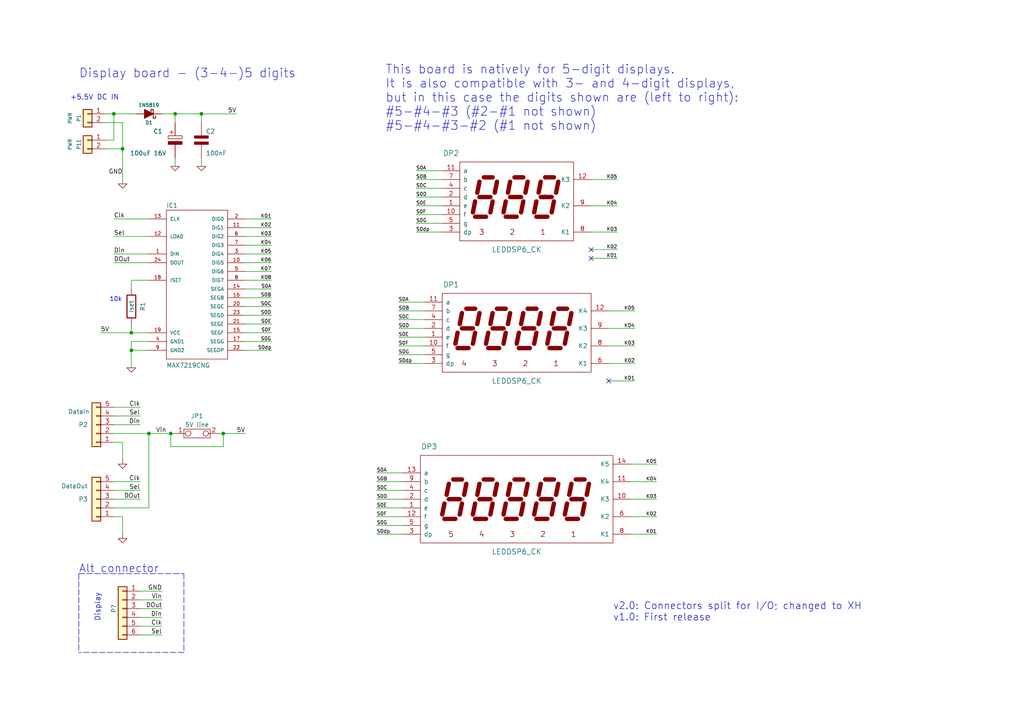
<source format=kicad_sch>
(kicad_sch (version 20211123) (generator eeschema)
  (paper "A4")
  (title_block (date "6 mar 2017") (rev "v1.0"))
  (lib_symbols
    (symbol "Connector_Generic:Conn_01x02" (pin_names (offset 1.016) hide)
      (property "Reference" "J" (at 0 2.54 0))
      (property "Value" "Conn_01x02" (at 0 -5.08 0))
      (symbol "Conn_01x02_1_1"
        (rectangle (start -1.27 -2.413) (end 0 -2.667) (stroke (width 0.1524)))
        (rectangle (start -1.27 0.127) (end 0 -0.127) (stroke (width 0.1524)))
        (rectangle (start -1.27 1.27) (end 1.27 -3.81) (stroke (width 0.254)) (fill (type background)))
        (pin passive line (at -5.08 0 0) (length 3.81) (name "Pin_1") (number "1"))
        (pin passive line (at -5.08 -2.54 0) (length 3.81) (name "Pin_2") (number "2"))
      )
    )
    (symbol "Connector_Generic:Conn_01x05" (pin_names hide)
      (property "Reference" "J" (at 0 7.62 0))
      (property "Value" "Conn_01x05" (at 0 -7.62 0))
      (symbol "Conn_01x05_1_1"
        (rectangle (start -1.27 -4.953) (end 0 -5.207))
        (rectangle (start -1.27 -2.413) (end 0 -2.667))
        (rectangle (start -1.27 0.127) (end 0 -0.127))
        (rectangle (start -1.27 2.667) (end 0 2.413))
        (rectangle (start -1.27 5.207) (end 0 4.953))
        (rectangle (start -1.27 6.35) (end 1.27 -6.35) (stroke (width 0.254)) (fill (type background)))
        (pin passive line (at -5.08 5.08 0) (length 3.81) (name "Pin_1") (number "1"))
        (pin passive line (at -5.08 2.54 0) (length 3.81) (name "Pin_2") (number "2"))
        (pin passive line (at -5.08 0 0) (length 3.81) (name "Pin_3") (number "3"))
        (pin passive line (at -5.08 -2.54 0) (length 3.81) (name "Pin_4") (number "4"))
        (pin passive line (at -5.08 -5.08 0) (length 3.81) (name "Pin_5") (number "5"))
      )
    )
    (symbol "Connector_Generic:Conn_01x06" (pin_names (offset 1.016) hide)
      (property "Reference" "J" (at 0 7.62 0))
      (property "Value" "Conn_01x06" (at 0 -10.16 0))
      (symbol "Conn_01x06_1_1"
        (rectangle (start -1.27 -7.493) (end 0 -7.747) (stroke (width 0.1524)))
        (rectangle (start -1.27 -4.953) (end 0 -5.207) (stroke (width 0.1524)))
        (rectangle (start -1.27 -2.413) (end 0 -2.667) (stroke (width 0.1524)))
        (rectangle (start -1.27 0.127) (end 0 -0.127) (stroke (width 0.1524)))
        (rectangle (start -1.27 2.667) (end 0 2.413) (stroke (width 0.1524)))
        (rectangle (start -1.27 5.207) (end 0 4.953) (stroke (width 0.1524)))
        (rectangle (start -1.27 6.35) (end 1.27 -8.89) (stroke (width 0.254)) (fill (type background)))
        (pin passive line (at -5.08 5.08 0) (length 3.81) (name "Pin_1") (number "1"))
        (pin passive line (at -5.08 2.54 0) (length 3.81) (name "Pin_2") (number "2"))
        (pin passive line (at -5.08 0 0) (length 3.81) (name "Pin_3") (number "3"))
        (pin passive line (at -5.08 -2.54 0) (length 3.81) (name "Pin_4") (number "4"))
        (pin passive line (at -5.08 -5.08 0) (length 3.81) (name "Pin_5") (number "5"))
        (pin passive line (at -5.08 -7.62 0) (length 3.81) (name "Pin_6") (number "6"))
      )
    )
    (symbol "Device:D_Schottky_Filled" (pin_numbers hide) (pin_names (offset 1.016) hide)
      (property "Reference" "D" (at 0 2.54 0))
      (property "Value" "D_Schottky_Filled" (at 0 -2.54 0))
      (symbol "D_Schottky_Filled_0_1"
        (polyline (pts (xy 1.27 0) (xy -1.27 0)))
        (polyline (pts (xy 1.27 1.27) (xy 1.27 -1.27) (xy -1.27 0) (xy 1.27 1.27)) (stroke (width 0.254)) (fill (type outline)))
        (polyline (pts (xy -1.905 0.635) (xy -1.905 1.27) (xy -1.27 1.27) (xy -1.27 -1.27) (xy -0.635 -1.27) (xy -0.635 -0.635)) (stroke (width 0.254)))
      )
      (symbol "D_Schottky_Filled_1_1"
        (pin passive line (at -3.81 0 0) (length 2.54) (name "K") (number "1"))
        (pin passive line (at 3.81 0 180) (length 2.54) (name "A") (number "2"))
      )
    )
    (symbol "FSP-Display6-rescue:GND" (power) (pin_names (offset 0))
      (symbol "GND_0_1"
        (polyline (pts (xy -1.27 0) (xy 0 -1.27) (xy 1.27 0) (xy -1.27 0)))
      )
      (symbol "GND_1_1"
        (pin power_in line (at 0 0 90) (length 0) hide (name "GND") (number "1"))
      )
    )
    (symbol "FSP-Display6-rescue:MAX7219CNG" (pin_names (offset 1.016))
      (property "Reference" "IC" (at -10.16 20.955 0))
      (property "Value" "MAX7219CNG" (at -10.16 -25.4 0))
      (symbol "MAX7219CNG_1_0"
        (polyline (pts (xy -10.16 -22.86) (xy 7.62 -22.86)))
        (polyline (pts (xy -10.16 20.32) (xy -10.16 -22.86)))
        (polyline (pts (xy 7.62 -22.86) (xy 7.62 20.32)))
        (polyline (pts (xy 7.62 20.32) (xy -10.16 20.32)))
      )
      (symbol "MAX7219CNG_1_1"
        (pin input line (at -15.24 7.62 0) (length 5.08) (name "DIN") (number "1"))
        (pin output line (at 12.7 5.08 180) (length 5.08) (name "DIG5") (number "10"))
        (pin output line (at 12.7 15.24 180) (length 5.08) (name "DIG1") (number "11"))
        (pin input line (at -15.24 12.7 0) (length 5.08) (name "LOAD") (number "12"))
        (pin input line (at -15.24 17.78 0) (length 5.08) (name "CLK") (number "13"))
        (pin output line (at 12.7 -2.54 180) (length 5.08) (name "SEGA") (number "14"))
        (pin output line (at 12.7 -15.24 180) (length 5.08) (name "SEGF") (number "15"))
        (pin output line (at 12.7 -5.08 180) (length 5.08) (name "SEGB") (number "16"))
        (pin output line (at 12.7 -17.78 180) (length 5.08) (name "SEGG") (number "17"))
        (pin input line (at -15.24 0 0) (length 5.08) (name "ISET") (number "18"))
        (pin power_in line (at -15.24 -15.24 0) (length 5.08) (name "VCC") (number "19"))
        (pin output line (at 12.7 17.78 180) (length 5.08) (name "DIG0") (number "2"))
        (pin output line (at 12.7 -7.62 180) (length 5.08) (name "SEGC") (number "20"))
        (pin output line (at 12.7 -12.7 180) (length 5.08) (name "SEGE") (number "21"))
        (pin output line (at 12.7 -20.32 180) (length 5.08) (name "SEGDP") (number "22"))
        (pin output line (at 12.7 -10.16 180) (length 5.08) (name "SEGD") (number "23"))
        (pin output line (at -15.24 5.08 0) (length 5.08) (name "DOUT") (number "24"))
        (pin output line (at 12.7 7.62 180) (length 5.08) (name "DIG4") (number "3"))
        (pin power_in line (at -15.24 -17.78 0) (length 5.08) (name "GND1") (number "4"))
        (pin output line (at 12.7 2.54 180) (length 5.08) (name "DIG6") (number "5"))
        (pin output line (at 12.7 12.7 180) (length 5.08) (name "DIG2") (number "6"))
        (pin output line (at 12.7 10.16 180) (length 5.08) (name "DIG3") (number "7"))
        (pin output line (at 12.7 0 180) (length 5.08) (name "DIG7") (number "8"))
        (pin power_in line (at -15.24 -20.32 0) (length 5.08) (name "GND2") (number "9"))
      )
    )
    (symbol "FSP-Display6-rescue:R" (pin_numbers hide) (pin_names (offset 0))
      (property "Reference" "R" (at 3.302 0 90))
      (property "Value" "R" (at 0 0 90))
      (symbol "R_0_1"
        (rectangle (start -1.27 3.302) (end 1.27 -3.302) (stroke (width 0.3048)))
      )
      (symbol "R_1_1"
        (pin passive line (at 0 5.08 270) (length 1.778) (name "~") (number "1"))
        (pin passive line (at 0 -5.08 90) (length 1.778) (name "~") (number "2"))
      )
    )
    (symbol "GCC_Switches:JUMPER2"
      (property "Reference" "JP" (at 7.62 3.81 0))
      (property "Value" "JUMPER2" (at 7.62 -3.81 0))
      (symbol "JUMPER2_0_1"
        (rectangle (start 2.54 1.27) (end 10.16 -1.27))
        (circle (center 3.81 0) (radius 0.762))
        (circle (center 8.89 0) (radius 0.762))
      )
      (symbol "JUMPER2_1_1"
        (pin passive line (at 0 0 0) (length 3.048) (name "~") (number "1"))
        (pin passive line (at 12.7 0 180) (length 3.048) (name "~") (number "2"))
      )
    )
    (symbol "GCC_device:C" (pin_numbers hide) (pin_names (offset 0.254))
      (property "Reference" "C" (at 1.27 2.54 0))
      (property "Value" "C" (at 1.27 -2.54 0))
      (symbol "C_0_1"
        (rectangle (start -2.032 -0.508) (end 2.032 -1.27) (fill (type outline)))
        (rectangle (start -2.032 1.27) (end 2.032 0.508) (fill (type outline)))
      )
      (symbol "C_1_1"
        (pin passive line (at 0 5.08 270) (length 3.81) (name "~") (number "1"))
        (pin passive line (at 0 -5.08 90) (length 3.81) (name "~") (number "2"))
      )
    )
    (symbol "GCC_device:CAPAPOL" (pin_numbers hide) (pin_names (offset 0.254) hide)
      (property "Reference" "C" (at 1.27 2.54 0))
      (property "Value" "CAPAPOL" (at 1.27 -2.54 0))
      (symbol "CAPAPOL_0_1"
        (rectangle (start -2.032 -0.381) (end 2.032 -1.27) (fill (type outline)))
        (rectangle (start -2.032 1.27) (end 2.032 0.381))
        (polyline (pts (xy -1.524 2.286) (xy -0.508 2.286) (xy -0.508 2.286)))
        (polyline (pts (xy -1.016 2.794) (xy -1.016 1.778) (xy -1.016 2.032)))
      )
      (symbol "CAPAPOL_1_1"
        (pin passive line (at 0 5.08 270) (length 3.81) (name "~") (number "1"))
        (pin passive line (at 0 -5.08 90) (length 3.81) (name "~") (number "2"))
      )
    )
    (symbol "GCC_display:LEDDSP3_CK" (pin_names (offset 1.016))
      (property "Reference" "S" (at -15.24 11.43 0))
      (property "Value" "LEDDSP3_CK" (at 0 -15.24 0))
      (symbol "LEDDSP3_CK_0_0"
        (text "1" (at 7.62 -10.16 0) (effects (font (size 1.524 1.524))))
        (text "2" (at -1.27 -10.16 0) (effects (font (size 1.524 1.524))))
        (text "3" (at -10.16 -10.16 0) (effects (font (size 1.524 1.524))))
      )
      (symbol "LEDDSP3_CK_0_1"
        (rectangle (start -16.51 10.16) (end 16.51 -12.7))
        (polyline (pts (xy -12.065 -5.715) (xy -8.89 -5.715)) (stroke (width 1.27)))
        (polyline (pts (xy -12.065 -1.27) (xy -12.7 -4.445)) (stroke (width 1.27)))
        (polyline (pts (xy -11.43 1.27) (xy -10.795 4.445)) (stroke (width 1.27)))
        (polyline (pts (xy -10.795 0) (xy -7.62 0)) (stroke (width 1.27)))
        (polyline (pts (xy -9.525 5.715) (xy -6.985 5.715)) (stroke (width 1.27)))
        (polyline (pts (xy -6.985 -1.27) (xy -7.62 -4.445)) (stroke (width 1.27)))
        (polyline (pts (xy -6.35 -5.715) (xy -6.35 -5.715)) (stroke (width 1.27)))
        (polyline (pts (xy -6.35 1.27) (xy -5.715 4.445)) (stroke (width 1.27)))
        (polyline (pts (xy -3.175 -5.715) (xy 0 -5.715)) (stroke (width 1.27)))
        (polyline (pts (xy -3.175 -1.27) (xy -3.81 -4.445)) (stroke (width 1.27)))
        (polyline (pts (xy -2.54 1.27) (xy -1.905 4.445)) (stroke (width 1.27)))
        (polyline (pts (xy -1.905 0) (xy 1.27 0)) (stroke (width 1.27)))
        (polyline (pts (xy -0.635 5.715) (xy 1.905 5.715)) (stroke (width 1.27)))
        (polyline (pts (xy 1.905 -1.27) (xy 1.27 -4.445)) (stroke (width 1.27)))
        (polyline (pts (xy 2.54 -5.715) (xy 2.54 -5.715)) (stroke (width 1.27)))
        (polyline (pts (xy 2.54 1.27) (xy 3.175 4.445)) (stroke (width 1.27)))
        (polyline (pts (xy 5.715 -5.715) (xy 8.89 -5.715)) (stroke (width 1.27)))
        (polyline (pts (xy 5.715 -1.27) (xy 5.08 -4.445)) (stroke (width 1.27)))
        (polyline (pts (xy 6.35 1.27) (xy 6.985 4.445)) (stroke (width 1.27)))
        (polyline (pts (xy 6.985 0) (xy 10.16 0)) (stroke (width 1.27)))
        (polyline (pts (xy 8.255 5.715) (xy 10.795 5.715)) (stroke (width 1.27)))
        (polyline (pts (xy 10.795 -1.27) (xy 10.16 -4.445)) (stroke (width 1.27)))
        (polyline (pts (xy 11.43 -5.715) (xy 11.43 -5.715)) (stroke (width 1.27)))
        (polyline (pts (xy 11.43 1.27) (xy 12.065 4.445)) (stroke (width 1.27)))
      )
      (symbol "LEDDSP3_CK_1_1"
        (pin passive line (at -21.59 -2.54 0) (length 5.08) (name "e") (number "1"))
        (pin passive line (at -21.59 -5.08 0) (length 5.08) (name "f") (number "10"))
        (pin passive line (at -21.59 7.62 0) (length 5.08) (name "a") (number "11"))
        (pin passive line (at 21.59 5.08 180) (length 5.08) (name "K3") (number "12"))
        (pin passive line (at -21.59 0 0) (length 5.08) (name "d") (number "2"))
        (pin passive line (at -21.59 -10.16 0) (length 5.08) (name "dp") (number "3"))
        (pin passive line (at -21.59 2.54 0) (length 5.08) (name "c") (number "4"))
        (pin passive line (at -21.59 -7.62 0) (length 5.08) (name "g") (number "5"))
        (pin passive line (at -21.59 5.08 0) (length 5.08) (name "b") (number "7"))
        (pin passive line (at 21.59 -10.16 180) (length 5.08) (name "K1") (number "8"))
        (pin passive line (at 21.59 -2.54 180) (length 5.08) (name "K2") (number "9"))
      )
    )
    (symbol "GCC_display:LEDDSP4_CK_6+6" (pin_names (offset 1.016))
      (property "Reference" "S" (at -20.32 11.43 0))
      (property "Value" "LEDDSP4_CK_6+6" (at 0 -15.24 0))
      (symbol "LEDDSP4_CK_6+6_0_0"
        (text "1" (at 11.43 -10.16 0) (effects (font (size 1.524 1.524))))
        (text "2" (at 2.54 -10.16 0) (effects (font (size 1.524 1.524))))
        (text "3" (at -6.35 -10.16 0) (effects (font (size 1.524 1.524))))
        (text "4" (at -15.24 -10.16 0) (effects (font (size 1.524 1.524))))
      )
      (symbol "LEDDSP4_CK_6+6_0_1"
        (rectangle (start -21.59 10.16) (end 21.59 -12.7))
        (polyline (pts (xy -17.145 -5.715) (xy -13.97 -5.715)) (stroke (width 1.27)))
        (polyline (pts (xy -17.145 -1.27) (xy -17.78 -4.445)) (stroke (width 1.27)))
        (polyline (pts (xy -16.51 1.27) (xy -15.875 4.445)) (stroke (width 1.27)))
        (polyline (pts (xy -15.875 0) (xy -12.7 0)) (stroke (width 1.27)))
        (polyline (pts (xy -14.605 5.715) (xy -12.065 5.715)) (stroke (width 1.27)))
        (polyline (pts (xy -12.065 -1.27) (xy -12.7 -4.445)) (stroke (width 1.27)))
        (polyline (pts (xy -11.43 -5.715) (xy -11.43 -5.715)) (stroke (width 1.27)))
        (polyline (pts (xy -11.43 1.27) (xy -10.795 4.445)) (stroke (width 1.27)))
        (polyline (pts (xy -8.255 -5.715) (xy -5.08 -5.715)) (stroke (width 1.27)))
        (polyline (pts (xy -8.255 -1.27) (xy -8.89 -4.445)) (stroke (width 1.27)))
        (polyline (pts (xy -7.62 1.27) (xy -6.985 4.445)) (stroke (width 1.27)))
        (polyline (pts (xy -6.985 0) (xy -3.81 0)) (stroke (width 1.27)))
        (polyline (pts (xy -5.715 5.715) (xy -3.175 5.715)) (stroke (width 1.27)))
        (polyline (pts (xy -3.175 -1.27) (xy -3.81 -4.445)) (stroke (width 1.27)))
        (polyline (pts (xy -2.54 -5.715) (xy -2.54 -5.715)) (stroke (width 1.27)))
        (polyline (pts (xy -2.54 1.27) (xy -1.905 4.445)) (stroke (width 1.27)))
        (polyline (pts (xy 0.635 -5.715) (xy 3.81 -5.715)) (stroke (width 1.27)))
        (polyline (pts (xy 0.635 -1.27) (xy 0 -4.445)) (stroke (width 1.27)))
        (polyline (pts (xy 1.27 1.27) (xy 1.905 4.445)) (stroke (width 1.27)))
        (polyline (pts (xy 1.905 0) (xy 5.08 0)) (stroke (width 1.27)))
        (polyline (pts (xy 3.175 5.715) (xy 5.715 5.715)) (stroke (width 1.27)))
        (polyline (pts (xy 5.715 -1.27) (xy 5.08 -4.445)) (stroke (width 1.27)))
        (polyline (pts (xy 6.35 -5.715) (xy 6.35 -5.715)) (stroke (width 1.27)))
        (polyline (pts (xy 6.35 1.27) (xy 6.985 4.445)) (stroke (width 1.27)))
        (polyline (pts (xy 9.525 -5.715) (xy 12.7 -5.715)) (stroke (width 1.27)))
        (polyline (pts (xy 9.525 -1.27) (xy 8.89 -4.445)) (stroke (width 1.27)))
        (polyline (pts (xy 10.16 1.27) (xy 10.795 4.445)) (stroke (width 1.27)))
        (polyline (pts (xy 10.795 0) (xy 13.97 0)) (stroke (width 1.27)))
        (polyline (pts (xy 12.065 5.715) (xy 14.605 5.715)) (stroke (width 1.27)))
        (polyline (pts (xy 14.605 -1.27) (xy 13.97 -4.445)) (stroke (width 1.27)))
        (polyline (pts (xy 15.24 -5.715) (xy 15.24 -5.715)) (stroke (width 1.27)))
        (polyline (pts (xy 15.24 1.27) (xy 15.875 4.445)) (stroke (width 1.27)))
      )
      (symbol "LEDDSP4_CK_6+6_1_1"
        (pin passive line (at -26.67 -2.54 0) (length 5.08) (name "e") (number "1"))
        (pin passive line (at -26.67 -5.08 0) (length 5.08) (name "f") (number "10"))
        (pin passive line (at -26.67 7.62 0) (length 5.08) (name "a") (number "11"))
        (pin passive line (at 26.67 5.08 180) (length 5.08) (name "K4") (number "12"))
        (pin passive line (at -26.67 0 0) (length 5.08) (name "d") (number "2"))
        (pin passive line (at -26.67 -10.16 0) (length 5.08) (name "dp") (number "3"))
        (pin passive line (at -26.67 2.54 0) (length 5.08) (name "c") (number "4"))
        (pin passive line (at -26.67 -7.62 0) (length 5.08) (name "g") (number "5"))
        (pin passive line (at 26.67 -10.16 180) (length 5.08) (name "K1") (number "6"))
        (pin passive line (at -26.67 5.08 0) (length 5.08) (name "b") (number "7"))
        (pin passive line (at 26.67 -5.08 180) (length 5.08) (name "K2") (number "8"))
        (pin passive line (at 26.67 0 180) (length 5.08) (name "K3") (number "9"))
      )
    )
    (symbol "GCC_display:LEDDSP5_CK" (pin_names (offset 1.016))
      (property "Reference" "S" (at -22.86 13.97 0))
      (property "Value" "LEDDSP5_CK" (at 2.54 -15.24 0))
      (symbol "LEDDSP5_CK_0_0"
        (text "1" (at 16.51 -10.16 0) (effects (font (size 1.524 1.524))))
        (text "2" (at 7.62 -10.16 0) (effects (font (size 1.524 1.524))))
        (text "3" (at -1.27 -10.16 0) (effects (font (size 1.524 1.524))))
        (text "4" (at -10.16 -10.16 0) (effects (font (size 1.524 1.524))))
        (text "5" (at -19.05 -10.16 0) (effects (font (size 1.524 1.524))))
      )
      (symbol "LEDDSP5_CK_0_1"
        (rectangle (start -27.94 12.7) (end 27.94 -12.7))
        (polyline (pts (xy -20.955 -5.715) (xy -17.78 -5.715)) (stroke (width 1.27)))
        (polyline (pts (xy -20.955 -1.27) (xy -21.59 -4.445)) (stroke (width 1.27)))
        (polyline (pts (xy -20.32 1.27) (xy -19.685 4.445)) (stroke (width 1.27)))
        (polyline (pts (xy -19.685 0) (xy -16.51 0)) (stroke (width 1.27)))
        (polyline (pts (xy -18.415 5.715) (xy -15.875 5.715)) (stroke (width 1.27)))
        (polyline (pts (xy -15.875 -1.27) (xy -16.51 -4.445)) (stroke (width 1.27)))
        (polyline (pts (xy -15.24 -5.715) (xy -15.24 -5.715)) (stroke (width 1.27)))
        (polyline (pts (xy -15.24 1.27) (xy -14.605 4.445)) (stroke (width 1.27)))
        (polyline (pts (xy -12.065 -5.715) (xy -8.89 -5.715)) (stroke (width 1.27)))
        (polyline (pts (xy -12.065 -1.27) (xy -12.7 -4.445)) (stroke (width 1.27)))
        (polyline (pts (xy -11.43 1.27) (xy -10.795 4.445)) (stroke (width 1.27)))
        (polyline (pts (xy -10.795 0) (xy -7.62 0)) (stroke (width 1.27)))
        (polyline (pts (xy -9.525 5.715) (xy -6.985 5.715)) (stroke (width 1.27)))
        (polyline (pts (xy -6.985 -1.27) (xy -7.62 -4.445)) (stroke (width 1.27)))
        (polyline (pts (xy -6.35 -5.715) (xy -6.35 -5.715)) (stroke (width 1.27)))
        (polyline (pts (xy -6.35 1.27) (xy -5.715 4.445)) (stroke (width 1.27)))
        (polyline (pts (xy -3.175 -5.715) (xy 0 -5.715)) (stroke (width 1.27)))
        (polyline (pts (xy -3.175 -1.27) (xy -3.81 -4.445)) (stroke (width 1.27)))
        (polyline (pts (xy -2.54 1.27) (xy -1.905 4.445)) (stroke (width 1.27)))
        (polyline (pts (xy -1.905 0) (xy 1.27 0)) (stroke (width 1.27)))
        (polyline (pts (xy -0.635 5.715) (xy 1.905 5.715)) (stroke (width 1.27)))
        (polyline (pts (xy 1.905 -1.27) (xy 1.27 -4.445)) (stroke (width 1.27)))
        (polyline (pts (xy 2.54 -5.715) (xy 2.54 -5.715)) (stroke (width 1.27)))
        (polyline (pts (xy 2.54 1.27) (xy 3.175 4.445)) (stroke (width 1.27)))
        (polyline (pts (xy 5.715 -5.715) (xy 8.89 -5.715)) (stroke (width 1.27)))
        (polyline (pts (xy 5.715 -1.27) (xy 5.08 -4.445)) (stroke (width 1.27)))
        (polyline (pts (xy 6.35 1.27) (xy 6.985 4.445)) (stroke (width 1.27)))
        (polyline (pts (xy 6.985 0) (xy 10.16 0)) (stroke (width 1.27)))
        (polyline (pts (xy 8.255 5.715) (xy 10.795 5.715)) (stroke (width 1.27)))
        (polyline (pts (xy 10.795 -1.27) (xy 10.16 -4.445)) (stroke (width 1.27)))
        (polyline (pts (xy 11.43 -5.715) (xy 11.43 -5.715)) (stroke (width 1.27)))
        (polyline (pts (xy 11.43 1.27) (xy 12.065 4.445)) (stroke (width 1.27)))
        (polyline (pts (xy 14.605 -5.715) (xy 17.78 -5.715)) (stroke (width 1.27)))
        (polyline (pts (xy 14.605 -1.27) (xy 13.97 -4.445)) (stroke (width 1.27)))
        (polyline (pts (xy 15.24 1.27) (xy 15.875 4.445)) (stroke (width 1.27)))
        (polyline (pts (xy 15.875 0) (xy 19.05 0)) (stroke (width 1.27)))
        (polyline (pts (xy 17.145 5.715) (xy 19.685 5.715)) (stroke (width 1.27)))
        (polyline (pts (xy 19.685 -1.27) (xy 19.05 -4.445)) (stroke (width 1.27)))
        (polyline (pts (xy 20.32 -5.715) (xy 20.32 -5.715)) (stroke (width 1.27)))
        (polyline (pts (xy 20.32 1.27) (xy 20.955 4.445)) (stroke (width 1.27)))
      )
      (symbol "LEDDSP5_CK_1_1"
        (pin passive line (at -33.02 -2.54 0) (length 5.08) (name "e") (number "1"))
        (pin passive line (at 33.02 0 180) (length 5.08) (name "K3") (number "10"))
        (pin passive line (at 33.02 5.08 180) (length 5.08) (name "K4") (number "11"))
        (pin passive line (at -33.02 -5.08 0) (length 5.08) (name "f") (number "12"))
        (pin passive line (at -33.02 7.62 0) (length 5.08) (name "a") (number "13"))
        (pin passive line (at 33.02 10.16 180) (length 5.08) (name "K5") (number "14"))
        (pin passive line (at -33.02 0 0) (length 5.08) (name "d") (number "2"))
        (pin passive line (at -33.02 -10.16 0) (length 5.08) (name "dp") (number "3"))
        (pin passive line (at -33.02 2.54 0) (length 5.08) (name "c") (number "4"))
        (pin passive line (at -33.02 -7.62 0) (length 5.08) (name "g") (number "5"))
        (pin passive line (at 33.02 -5.08 180) (length 5.08) (name "K2") (number "6"))
        (pin passive line (at 33.02 -10.16 180) (length 5.08) (name "K1") (number "8"))
        (pin passive line (at -33.02 5.08 0) (length 5.08) (name "b") (number "9"))
      )
    )
    (symbol "power:GND" (power) (pin_names (offset 0))
      (property "Value" "GND" (at 0 -3.81 0))
      (symbol "GND_0_1"
        (polyline (pts (xy 0 0) (xy 0 -1.27) (xy 1.27 -1.27) (xy 0 -2.54) (xy -1.27 -1.27) (xy 0 -1.27)))
      )
      (symbol "GND_1_1"
        (pin power_in line (at 0 0 270) (length 0) hide (name "GND") (number "1"))
      )
    )
  )
  (junction (at 38.1 96.52))
  (junction (at 35.56 43.18))
  (junction (at 50.8 33.02))
  (junction (at 43.18 125.73))
  (junction (at 38.1 101.6))
  (junction (at 33.02 33.02))
  (junction (at 58.42 33.02))
  (junction (at 64.77 125.73))
  (junction (at 49.53 125.73))
  (no_connect (at 171.45 72.39))
  (no_connect (at 171.45 74.93))
  (no_connect (at 176.53 110.49))
  (wire (pts (xy 38.1 101.6) (xy 43.18 101.6)))
  (wire (pts (xy 115.57 102.87) (xy 123.19 102.87)))
  (wire (pts (xy 182.88 139.7) (xy 190.5 139.7)))
  (wire (pts (xy 109.22 144.78) (xy 116.84 144.78)))
  (wire (pts (xy 33.02 33.02) (xy 39.37 33.02)))
  (wire (pts (xy 38.1 96.52) (xy 43.18 96.52)))
  (wire (pts (xy 115.57 87.63) (xy 123.19 87.63)))
  (wire (pts (xy 71.12 99.06) (xy 78.74 99.06)))
  (wire (pts (xy 43.18 73.66) (xy 33.02 73.66)))
  (wire (pts (xy 43.18 63.5) (xy 33.02 63.5)))
  (wire (pts (xy 109.22 152.4) (xy 116.84 152.4)))
  (wire (pts (xy 33.02 147.32) (xy 43.18 147.32)))
  (wire (pts (xy 109.22 154.94) (xy 116.84 154.94)))
  (wire (pts (xy 49.53 129.54) (xy 64.77 129.54)))
  (wire (pts (xy 58.42 45.72) (xy 58.42 48.26)))
  (wire (pts (xy 43.18 68.58) (xy 33.02 68.58)))
  (wire (pts (xy 115.57 105.41) (xy 123.19 105.41)))
  (wire (pts (xy 115.57 97.79) (xy 123.19 97.79)))
  (wire (pts (xy 43.18 125.73) (xy 49.53 125.73)))
  (wire (pts (xy 50.8 45.72) (xy 50.8 48.26)))
  (wire (pts (xy 40.64 173.99) (xy 46.99 173.99)))
  (wire (pts (xy 33.02 149.86) (xy 35.56 149.86)))
  (wire (pts (xy 120.65 64.77) (xy 128.27 64.77)))
  (wire (pts (xy 38.1 93.98) (xy 38.1 96.52)))
  (wire (pts (xy 109.22 149.86) (xy 116.84 149.86)))
  (wire (pts (xy 120.65 54.61) (xy 128.27 54.61)))
  (wire (pts (xy 109.22 139.7) (xy 116.84 139.7)))
  (wire (pts (xy 115.57 90.17) (xy 123.19 90.17)))
  (wire (pts (xy 50.8 33.02) (xy 58.42 33.02)))
  (wire (pts (xy 40.64 120.65) (xy 33.02 120.65)))
  (wire (pts (xy 50.8 33.02) (xy 50.8 35.56)))
  (wire (pts (xy 30.48 40.64) (xy 33.02 40.64)))
  (wire (pts (xy 63.5 125.73) (xy 64.77 125.73)))
  (wire (pts (xy 49.53 125.73) (xy 50.8 125.73)))
  (wire (pts (xy 71.12 81.28) (xy 78.74 81.28)))
  (wire (pts (xy 40.64 123.19) (xy 33.02 123.19)))
  (wire (pts (xy 40.64 139.7) (xy 33.02 139.7)))
  (wire (pts (xy 71.12 88.9) (xy 78.74 88.9)))
  (wire (pts (xy 71.12 93.98) (xy 78.74 93.98)))
  (wire (pts (xy 46.99 33.02) (xy 50.8 33.02)))
  (wire (pts (xy 46.99 171.45) (xy 40.64 171.45)))
  (wire (pts (xy 35.56 35.56) (xy 30.48 35.56)))
  (wire (pts (xy 29.21 96.52) (xy 38.1 96.52)))
  (wire (pts (xy 71.12 71.12) (xy 78.74 71.12)))
  (wire (pts (xy 182.88 144.78) (xy 190.5 144.78)))
  (wire (pts (xy 46.99 176.53) (xy 40.64 176.53)))
  (wire (pts (xy 33.02 125.73) (xy 43.18 125.73)))
  (wire (pts (xy 64.77 129.54) (xy 64.77 125.73)))
  (wire (pts (xy 43.18 125.73) (xy 43.18 147.32)))
  (polyline (pts (xy 22.86 166.37) (xy 53.34 166.37)))
  (wire (pts (xy 171.45 59.69) (xy 179.07 59.69)))
  (wire (pts (xy 176.53 105.41) (xy 184.15 105.41)))
  (wire (pts (xy 71.12 91.44) (xy 78.74 91.44)))
  (wire (pts (xy 30.48 33.02) (xy 33.02 33.02)))
  (wire (pts (xy 43.18 76.2) (xy 33.02 76.2)))
  (wire (pts (xy 71.12 83.82) (xy 78.74 83.82)))
  (wire (pts (xy 40.64 181.61) (xy 46.99 181.61)))
  (wire (pts (xy 43.18 99.06) (xy 38.1 99.06)))
  (wire (pts (xy 46.99 184.15) (xy 40.64 184.15)))
  (wire (pts (xy 115.57 92.71) (xy 123.19 92.71)))
  (wire (pts (xy 71.12 63.5) (xy 78.74 63.5)))
  (wire (pts (xy 109.22 142.24) (xy 116.84 142.24)))
  (wire (pts (xy 30.48 43.18) (xy 35.56 43.18)))
  (wire (pts (xy 35.56 149.86) (xy 35.56 154.94)))
  (wire (pts (xy 120.65 49.53) (xy 128.27 49.53)))
  (wire (pts (xy 182.88 154.94) (xy 190.5 154.94)))
  (wire (pts (xy 35.56 35.56) (xy 35.56 43.18)))
  (wire (pts (xy 35.56 43.18) (xy 35.56 53.34)))
  (wire (pts (xy 176.53 100.33) (xy 184.15 100.33)))
  (wire (pts (xy 71.12 68.58) (xy 78.74 68.58)))
  (wire (pts (xy 49.53 125.73) (xy 49.53 129.54)))
  (wire (pts (xy 43.18 81.28) (xy 38.1 81.28)))
  (wire (pts (xy 182.88 134.62) (xy 190.5 134.62)))
  (wire (pts (xy 176.53 90.17) (xy 184.15 90.17)))
  (wire (pts (xy 40.64 142.24) (xy 33.02 142.24)))
  (wire (pts (xy 182.88 149.86) (xy 190.5 149.86)))
  (wire (pts (xy 38.1 101.6) (xy 38.1 106.68)))
  (wire (pts (xy 71.12 66.04) (xy 78.74 66.04)))
  (wire (pts (xy 115.57 100.33) (xy 123.19 100.33)))
  (polyline (pts (xy 53.34 166.37) (xy 53.34 189.23)))
  (wire (pts (xy 71.12 73.66) (xy 78.74 73.66)))
  (wire (pts (xy 176.53 110.49) (xy 184.15 110.49)))
  (wire (pts (xy 176.53 95.25) (xy 184.15 95.25)))
  (wire (pts (xy 40.64 144.78) (xy 33.02 144.78)))
  (wire (pts (xy 120.65 52.07) (xy 128.27 52.07)))
  (wire (pts (xy 171.45 52.07) (xy 179.07 52.07)))
  (wire (pts (xy 120.65 62.23) (xy 128.27 62.23)))
  (wire (pts (xy 33.02 40.64) (xy 33.02 33.02)))
  (wire (pts (xy 71.12 101.6) (xy 78.74 101.6)))
  (wire (pts (xy 71.12 78.74) (xy 78.74 78.74)))
  (polyline (pts (xy 22.86 166.37) (xy 22.86 189.23)))
  (wire (pts (xy 58.42 33.02) (xy 68.58 33.02)))
  (wire (pts (xy 71.12 96.52) (xy 78.74 96.52)))
  (wire (pts (xy 40.64 118.11) (xy 33.02 118.11)))
  (polyline (pts (xy 53.34 189.23) (xy 22.86 189.23)))
  (wire (pts (xy 171.45 74.93) (xy 179.07 74.93)))
  (wire (pts (xy 38.1 99.06) (xy 38.1 101.6)))
  (wire (pts (xy 46.99 179.07) (xy 40.64 179.07)))
  (wire (pts (xy 35.56 128.27) (xy 35.56 133.35)))
  (wire (pts (xy 120.65 59.69) (xy 128.27 59.69)))
  (wire (pts (xy 33.02 128.27) (xy 35.56 128.27)))
  (wire (pts (xy 109.22 137.16) (xy 116.84 137.16)))
  (wire (pts (xy 120.65 67.31) (xy 128.27 67.31)))
  (wire (pts (xy 171.45 72.39) (xy 179.07 72.39)))
  (wire (pts (xy 38.1 81.28) (xy 38.1 83.82)))
  (wire (pts (xy 171.45 67.31) (xy 179.07 67.31)))
  (wire (pts (xy 115.57 95.25) (xy 123.19 95.25)))
  (wire (pts (xy 71.12 76.2) (xy 78.74 76.2)))
  (wire (pts (xy 64.77 125.73) (xy 71.12 125.73)))
  (wire (pts (xy 58.42 33.02) (xy 58.42 35.56)))
  (wire (pts (xy 109.22 147.32) (xy 116.84 147.32)))
  (wire (pts (xy 120.65 57.15) (xy 128.27 57.15)))
  (wire (pts (xy 71.12 86.36) (xy 78.74 86.36)))
  (text "Display" (at 29.21 180.34 90) (effects (font (size 1.524 1.524)) (justify left bottom)))
  (text "+5.5V DC IN" (at 20.32 29.21 0) (effects (font (size 1.4732 1.4732)) (justify left bottom)))
  (text "Alt connector" (at 22.86 166.37 0) (effects (font (size 2.286 2.286)) (justify left bottom)))
  (text "v2.0: Connectors split for I/O; changed to XH\nv1.0: First release" (at 177.8 180.34 0) (effects (font (size 2.032 2.032)) (justify left bottom)))
  (text "10k" (at 31.75 87.63 0) (effects (font (size 1.27 1.27)) (justify left bottom)))
  (text "This board is natively for 5-digit displays.\nIt is also compatible with 3- and 4-digit displays,\nbut in this case the digits shown are (left to right):\n#5-#4-#3 (#2-#1 not shown)\n#5-#4-#3-#2 (#1 not shown)" (at 111.76 38.1 0) (effects (font (size 2.54 2.54)) (justify left bottom)))
  (text "Display board - (3-4-)5 digits" (at 22.86 22.86 0) (effects (font (size 2.54 2.54)) (justify left bottom)))
  (label "Vin" (at 46.99 173.99 180))
  (label "S0dp" (at 78.74 101.6 180) (effects (font (size 1.016 1.016))))
  (label "K01" (at 78.74 63.5 180) (effects (font (size 1.016 1.016))))
  (label "Din" (at 40.64 123.19 180))
  (label "K01" (at 190.5 154.94 180) (effects (font (size 1.016 1.016))))
  (label "S0dp" (at 120.65 67.31 0) (effects (font (size 1.016 1.016))))
  (label "S0A" (at 78.74 83.82 180) (effects (font (size 1.016 1.016))))
  (label "S0B" (at 109.22 139.7 0) (effects (font (size 1.016 1.016))))
  (label "S0F" (at 78.74 96.52 180) (effects (font (size 1.016 1.016))))
  (label "K03" (at 179.07 67.31 180) (effects (font (size 1.016 1.016))))
  (label "K02" (at 78.74 66.04 180) (effects (font (size 1.016 1.016))))
  (label "K05" (at 184.15 90.17 180) (effects (font (size 1.016 1.016))))
  (label "K04" (at 179.07 59.69 180) (effects (font (size 1.016 1.016))))
  (label "Vin" (at 48.26 125.73 180))
  (label "S0B" (at 78.74 86.36 180) (effects (font (size 1.016 1.016))))
  (label "Din" (at 33.02 73.66 0))
  (label "Din" (at 46.99 179.07 180))
  (label "Clk" (at 40.64 139.7 180))
  (label "S0E" (at 109.22 147.32 0) (effects (font (size 1.016 1.016))))
  (label "GND" (at 35.56 50.8 180))
  (label "K01" (at 179.07 74.93 180) (effects (font (size 1.016 1.016))))
  (label "S0C" (at 78.74 88.9 180) (effects (font (size 1.016 1.016))))
  (label "GND" (at 46.99 171.45 180))
  (label "S0A" (at 120.65 49.53 0) (effects (font (size 1.016 1.016))))
  (label "Sel" (at 33.02 68.58 0))
  (label "K03" (at 184.15 100.33 180) (effects (font (size 1.016 1.016))))
  (label "K08" (at 78.74 81.28 180) (effects (font (size 1.016 1.016))))
  (label "K04" (at 190.5 139.7 180) (effects (font (size 1.016 1.016))))
  (label "S0F" (at 115.57 100.33 0) (effects (font (size 1.016 1.016))))
  (label "Sel" (at 46.99 184.15 180))
  (label "Clk" (at 46.99 181.61 180))
  (label "S0E" (at 115.57 97.79 0) (effects (font (size 1.016 1.016))))
  (label "DOut" (at 46.99 176.53 180))
  (label "Sel" (at 40.64 142.24 180))
  (label "K03" (at 78.74 68.58 180) (effects (font (size 1.016 1.016))))
  (label "S0G" (at 115.57 102.87 0) (effects (font (size 1.016 1.016))))
  (label "K06" (at 78.74 76.2 180) (effects (font (size 1.016 1.016))))
  (label "Clk" (at 33.02 63.5 0))
  (label "K05" (at 78.74 73.66 180) (effects (font (size 1.016 1.016))))
  (label "K02" (at 184.15 105.41 180) (effects (font (size 1.016 1.016))))
  (label "S0E" (at 120.65 59.69 0) (effects (font (size 1.016 1.016))))
  (label "K04" (at 184.15 95.25 180) (effects (font (size 1.016 1.016))))
  (label "5V" (at 71.12 125.73 180))
  (label "S0B" (at 115.57 90.17 0) (effects (font (size 1.016 1.016))))
  (label "K04" (at 78.74 71.12 180) (effects (font (size 1.016 1.016))))
  (label "K02" (at 179.07 72.39 180) (effects (font (size 1.016 1.016))))
  (label "K05" (at 190.5 134.62 180) (effects (font (size 1.016 1.016))))
  (label "S0D" (at 109.22 144.78 0) (effects (font (size 1.016 1.016))))
  (label "K02" (at 190.5 149.86 180) (effects (font (size 1.016 1.016))))
  (label "S0D" (at 115.57 95.25 0) (effects (font (size 1.016 1.016))))
  (label "K03" (at 190.5 144.78 180) (effects (font (size 1.016 1.016))))
  (label "S0E" (at 78.74 93.98 180) (effects (font (size 1.016 1.016))))
  (label "S0G" (at 120.65 64.77 0) (effects (font (size 1.016 1.016))))
  (label "S0dp" (at 115.57 105.41 0) (effects (font (size 1.016 1.016))))
  (label "DOut" (at 40.64 144.78 180))
  (label "S0G" (at 78.74 99.06 180) (effects (font (size 1.016 1.016))))
  (label "S0D" (at 120.65 57.15 0) (effects (font (size 1.016 1.016))))
  (label "5V" (at 68.58 33.02 180))
  (label "S0G" (at 109.22 152.4 0) (effects (font (size 1.016 1.016))))
  (label "5V" (at 29.21 96.52 0))
  (label "Clk" (at 40.64 118.11 180))
  (label "DOut" (at 33.02 76.2 0))
  (label "S0B" (at 120.65 52.07 0) (effects (font (size 1.016 1.016))))
  (label "S0A" (at 115.57 87.63 0) (effects (font (size 1.016 1.016))))
  (label "S0A" (at 109.22 137.16 0) (effects (font (size 1.016 1.016))))
  (label "S0dp" (at 109.22 154.94 0) (effects (font (size 1.016 1.016))))
  (label "Sel" (at 40.64 120.65 180))
  (label "S0C" (at 115.57 92.71 0) (effects (font (size 1.016 1.016))))
  (label "S0C" (at 120.65 54.61 0) (effects (font (size 1.016 1.016))))
  (label "S0F" (at 109.22 149.86 0) (effects (font (size 1.016 1.016))))
  (label "K07" (at 78.74 78.74 180) (effects (font (size 1.016 1.016))))
  (label "S0D" (at 78.74 91.44 180) (effects (font (size 1.016 1.016))))
  (label "K05" (at 179.07 52.07 180) (effects (font (size 1.016 1.016))))
  (label "S0C" (at 109.22 142.24 0) (effects (font (size 1.016 1.016))))
  (label "K01" (at 184.15 110.49 180) (effects (font (size 1.016 1.016))))
  (label "S0F" (at 120.65 62.23 0) (effects (font (size 1.016 1.016))))
  (symbol (lib_id "Device:D_Schottky_Filled") (at 43.18 33.02 180) (unit 1)
    (property "Reference" "D1" (at 43.18 35.56 0) (effects (font (size 1.016 1.016))))
    (property "Value" "1N5819" (at 43.18 30.48 0) (effects (font (size 1.016 1.016))))
    (property "Footprint" "Diode_SMD:D_SMA_Handsoldering" (effects hide))
  )
  (symbol (lib_id "GCC_device:C") (at 58.42 40.64 0) (unit 1)
    (property "Reference" "C2" (at 59.69 38.1 0) (effects (justify left)))
    (property "Value" "100nF" (at 59.69 44.45 0) (effects (justify left)))
    (property "Footprint" "Capacitor_SMD:C_1206_3216Metric_Pad1.33x1.80mm_HandSolder" (effects hide))
  )
  (symbol (lib_id "FSP-Display6-rescue:GND") (at 50.8 48.26 0) (unit 1)
    (property "Reference" "#PWR01" (effects hide))
    (property "Value" "GND" (effects hide))
  )
  (symbol (lib_id "FSP-Display6-rescue:GND") (at 58.42 48.26 0) (unit 1)
    (property "Reference" "#PWR02" (effects hide))
    (property "Value" "GND" (effects hide))
  )
  (symbol (lib_id "FSP-Display6-rescue:GND") (at 35.56 53.34 0) (unit 1)
    (property "Reference" "#PWR03" (effects hide))
    (property "Value" "GND" (effects hide))
  )
  (symbol (lib_id "Connector_Generic:Conn_01x02") (at 25.4 33.02 0) (mirror y) (unit 1)
    (property "Reference" "P1" (at 22.86 34.29 90) (effects (font (size 1.016 1.016))))
    (property "Value" "PWR" (at 20.32 34.29 90) (effects (font (size 1.016 1.016))))
    (property "Footprint" "Connector_PinHeader_2.54mm:PinHeader_1x02_P2.54mm_Vertical" (effects hide))
  )
  (symbol (lib_id "FSP-Display6-rescue:MAX7219CNG") (at 58.42 81.28 0) (unit 1)
    (property "Reference" "IC1" (at 48.26 60.325 0) (effects (justify left bottom)))
    (property "Value" "MAX7219CNG" (at 48.26 106.68 0) (effects (justify left bottom)))
    (property "Footprint" "Package_DIP:DIP-24_W7.62mm" (effects hide))
  )
  (symbol (lib_id "FSP-Display6-rescue:R") (at 38.1 88.9 0) (unit 1)
    (property "Reference" "R1" (at 41.402 88.9 90))
    (property "Value" "Iset" (at 38.1 88.9 90))
    (property "Footprint" "Resistor_THT:R_Axial_DIN0207_L6.3mm_D2.5mm_P10.16mm_Horizontal" (effects hide))
  )
  (symbol (lib_id "GCC_device:CAPAPOL") (at 50.8 40.64 0) (unit 1)
    (property "Reference" "C1" (at 44.45 38.1 0) (effects (justify left)))
    (property "Value" "100uF 16V" (at 48.26 44.45 0) (effects (justify right)))
    (property "Footprint" "Capacitor_THT:CP_Radial_D4.0mm_P2.00mm" (effects hide))
  )
  (symbol (lib_id "FSP-Display6-rescue:GND") (at 38.1 106.68 0) (unit 1)
    (property "Reference" "#PWR05" (effects hide))
    (property "Value" "GND" (effects hide))
  )
  (symbol (lib_id "GCC_display:LEDDSP4_CK_6+6") (at 149.86 95.25 0) (unit 1) (in_bom no) (on_board no)
    (property "Reference" "DP1" (at 130.81 82.55 0) (effects (font (size 1.524 1.524))))
    (property "Value" "LEDDSP6_CK" (at 149.86 110.49 0) (effects (font (size 1.524 1.524))))
    (property "Footprint" "GCC_Display:Disp7s4x_036" (effects hide))
    (property "Datasheet" "~" (at 161.925 94.615 0) (effects (font (size 1.524 1.524))))
  )
  (symbol (lib_id "Connector_Generic:Conn_01x02") (at 25.4 40.64 0) (mirror y) (unit 1)
    (property "Reference" "P11" (at 22.86 41.91 90) (effects (font (size 1.016 1.016))))
    (property "Value" "PWR" (at 20.32 41.91 90) (effects (font (size 1.016 1.016))))
    (property "Footprint" "GCC_Headers:HDR2-3.50+3.81mm" (effects hide))
  )
  (symbol (lib_id "power:GND") (at 35.56 133.35 0) (unit 1)
    (property "Reference" "#PWR0103" (effects hide))
    (property "Value" "GND" (effects hide))
    (property "Source" "ANY" (effects hide))
    (property "Critical" "N" (effects hide))
  )
  (symbol (lib_id "Connector_Generic:Conn_01x05") (at 27.94 144.78 180) (unit 1)
    (property "Reference" "P3" (at 24.13 144.78 0))
    (property "Value" "DataOut" (at 21.59 140.97 0))
    (property "Footprint" "Connector_JST:JST_XH_B5B-XH-A_1x05_P2.50mm_Vertical" (effects hide))
  )
  (symbol (lib_id "GCC_display:LEDDSP3_CK") (at 149.86 57.15 0) (unit 1) (in_bom no) (on_board no)
    (property "Reference" "DP2" (at 130.81 44.45 0) (effects (font (size 1.524 1.524))))
    (property "Value" "LEDDSP6_CK" (at 149.86 72.39 0) (effects (font (size 1.524 1.524))))
    (property "Footprint" "GCC_Display:Disp7s4x_036" (effects hide))
    (property "Datasheet" "~" (at 158.115 56.515 0) (effects (font (size 1.524 1.524))))
  )
  (symbol (lib_id "Connector_Generic:Conn_01x05") (at 27.94 123.19 180) (unit 1)
    (property "Reference" "P2" (at 24.13 123.19 0))
    (property "Value" "DataIn" (at 22.86 119.38 0))
    (property "Footprint" "Connector_JST:JST_XH_B5B-XH-A_1x05_P2.50mm_Vertical" (effects hide))
  )
  (symbol (lib_id "GCC_Switches:JUMPER2") (at 50.8 125.73 0) (unit 1)
    (property "Reference" "JP1" (at 57.15 120.65 0))
    (property "Value" "5V line" (at 57.15 123.19 0))
    (property "Footprint" "Jumper:SolderJumper-2_P1.3mm_Bridged_Pad1.0x1.5mm" (effects hide))
  )
  (symbol (lib_id "GCC_display:LEDDSP5_CK") (at 149.86 144.78 0) (unit 1)
    (property "Reference" "DP3" (at 124.46 129.54 0) (effects (font (size 1.524 1.524))))
    (property "Value" "LEDDSP6_CK" (at 149.86 160.02 0) (effects (font (size 1.524 1.524))))
    (property "Footprint" "GCC_Display:Disp7s5x_036" (effects hide))
    (property "Datasheet" "~" (at 167.005 144.145 0) (effects (font (size 1.524 1.524))))
  )
  (symbol (lib_id "power:GND") (at 35.56 154.94 0) (unit 1)
    (property "Reference" "#PWR0102" (effects hide))
    (property "Value" "GND" (effects hide))
    (property "Source" "ANY" (effects hide))
    (property "Critical" "N" (effects hide))
  )
  (symbol (lib_id "Connector_Generic:Conn_01x06") (at 35.56 176.53 0) (mirror y) (unit 1) (in_bom no) (on_board no)
    (property "Reference" "P?" (at 33.02 176.53 90))
    (property "Value" "CONN-6" (effects hide))
    (property "Footprint" "Connector_PinHeader_2.54mm:PinHeader_1x06_P2.54mm_Vertical" (effects hide))
  )
)
</source>
